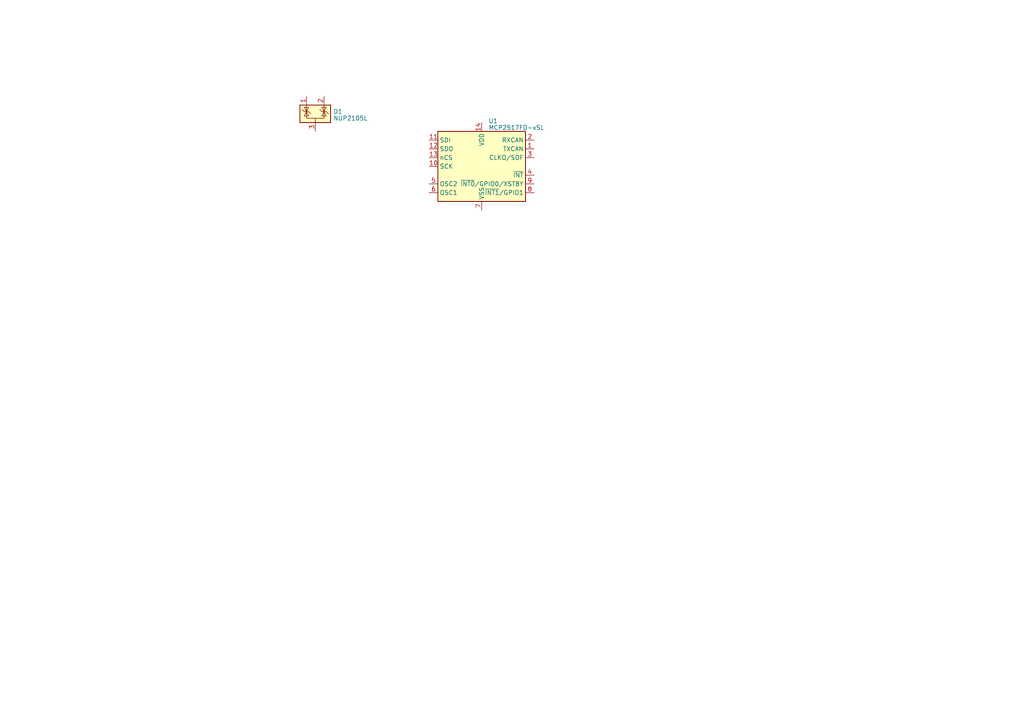
<source format=kicad_sch>
(kicad_sch (version 20230121) (generator eeschema)
  (paper "A4")
  (lib_symbols
    (symbol "Interface_CAN_LIN:MCP2517FD-xSL"
      (property "Reference" "U" (at -12.7 12.7 0))
      (property "Value" "MCP2517FD-xSL" (at 2.54 12.7 0))
      (symbol "MCP2517FD-xSL_0_1"
        (rectangle (start -12.7 10.16) (end 12.7 -10.16) (stroke (width 0.254)) (fill (type background)))
      )
      (symbol "MCP2517FD-xSL_1_1"
        (pin output line (at 15.24 5.08 180) (length 2.54) (name "TXCAN") (number "1"))
        (pin input line (at -15.24 0 0) (length 2.54) (name "SCK") (number "10"))
        (pin input line (at -15.24 7.62 0) (length 2.54) (name "SDI") (number "11"))
        (pin output line (at -15.24 5.08 0) (length 2.54) (name "SDO") (number "12"))
        (pin input line (at -15.24 2.54 0) (length 2.54) (name "nCS") (number "13"))
        (pin power_in line (at 0 12.7 270) (length 2.54) (name "VDD") (number "14"))
        (pin input line (at 15.24 7.62 180) (length 2.54) (name "RXCAN") (number "2"))
        (pin output line (at 15.24 2.54 180) (length 2.54) (name "CLKO/SOF") (number "3"))
        (pin output line (at 15.24 -2.54 180) (length 2.54) (name "~{INT}") (number "4"))
        (pin output line (at -15.24 -5.08 0) (length 2.54) (name "OSC2") (number "5"))
        (pin input line (at -15.24 -7.62 0) (length 2.54) (name "OSC1") (number "6"))
        (pin power_in line (at 0 -12.7 90) (length 2.54) (name "VSS") (number "7"))
        (pin bidirectional line (at 15.24 -7.62 180) (length 2.54) (name "~{INT1}/GPIO1") (number "8"))
        (pin bidirectional line (at 15.24 -5.08 180) (length 2.54) (name "~{INT0}/GPIO0/XSTBY") (number "9"))
      )
    )
    (symbol "Power_Protection:NUP2105L" (pin_names hide)
      (property "Reference" "D" (at 5.715 2.54 0))
      (property "Value" "NUP2105L" (at 5.715 0.635 0))
      (symbol "NUP2105L_0_0"
        (pin passive line (at 0 -5.08 90) (length 2.54) (name "A") (number "3"))
      )
      (symbol "NUP2105L_0_1"
        (rectangle (start -4.445 2.54) (end 4.445 -2.54) (stroke (width 0.254)) (fill (type background)))
        (polyline (pts (xy -2.54 2.54) (xy -2.54 0.635)))
        (polyline (pts (xy 0 -1.27) (xy 0 -2.54)))
        (polyline (pts (xy 2.54 2.54) (xy 2.54 0.635)))
        (polyline (pts (xy -3.81 1.27) (xy -3.175 0.635) (xy -1.905 0.635) (xy -1.27 0)))
        (polyline (pts (xy -2.54 0.635) (xy -2.54 -1.27) (xy 2.54 -1.27) (xy 2.54 0.635)))
        (polyline (pts (xy -2.54 0.635) (xy -1.905 -0.635) (xy -3.175 -0.635) (xy -2.54 0.635)))
        (polyline (pts (xy 2.54 0.635) (xy 1.905 -0.635) (xy 3.175 -0.635) (xy 2.54 0.635)))
        (polyline (pts (xy 2.54 0.635) (xy 3.175 1.905) (xy 1.905 1.905) (xy 2.54 0.635)))
        (polyline (pts (xy -2.54 0.635) (xy -3.175 1.905) (xy -1.905 1.905) (xy -2.54 0.635) (xy -2.54 1.27)))
        (polyline (pts (xy 1.27 1.27) (xy 1.905 0.635) (xy 2.54 0.635) (xy 3.175 0.635) (xy 3.81 0)))
      )
      (symbol "NUP2105L_1_1"
        (pin passive line (at -2.54 5.08 270) (length 2.54) (name "K") (number "1"))
        (pin passive line (at 2.54 5.08 270) (length 2.54) (name "K") (number "2"))
      )
    )
  )
  (symbol (lib_id "Interface_CAN_LIN:MCP2517FD-xSL") (at 139.7 48.26 0) (unit 1)
    (property "Reference" "U1" (at 141.6559 35.0901 0) (effects (justify left)))
    (property "Value" "MCP2517FD-xSL" (at 141.6559 37.0111 0) (effects (justify left)))
    (property "Footprint" "Package_SO:SOIC-14_3.9x8.7mm_P1.27mm" (effects hide))
    (property "Datasheet" "https://ww1.microchip.com/downloads/en/DeviceDoc/20005688A.pdf" (effects hide))
  )
  (symbol (lib_id "Power_Protection:NUP2105L") (at 91.44 33.02 0) (unit 1)
    (property "Reference" "D1" (at 96.647 32.3763 0) (effects (justify left)))
    (property "Value" "NUP2105L" (at 96.647 34.2973 0) (effects (justify left)))
    (property "Footprint" "Package_TO_SOT_SMD:SOT-23" (effects hide))
    (property "Datasheet" "http://www.onsemi.com/pub_link/Collateral/NUP2105L-D.PDF" (effects hide))
  )
)
</source>
